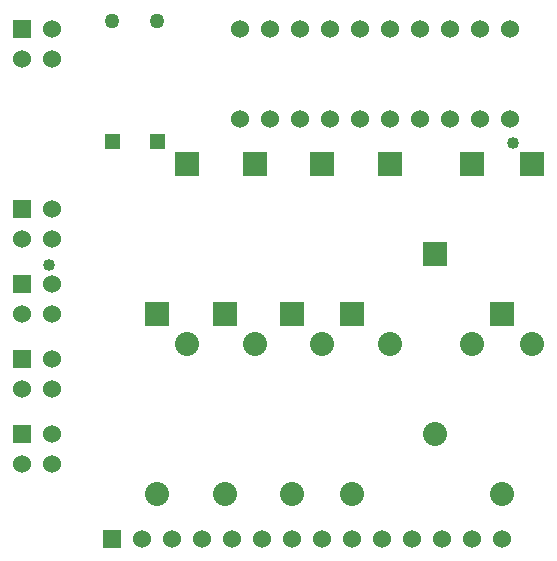
<source format=gbr>
G04 start of page 3 for group 1 idx 1 *
G04 Title: (unknown), ground *
G04 Creator: pcb 20140316 *
G04 CreationDate: Mon 21 Apr 2014 02:33:18 PM GMT UTC *
G04 For: vince *
G04 Format: Gerber/RS-274X *
G04 PCB-Dimensions (mil): 2000.00 2000.00 *
G04 PCB-Coordinate-Origin: lower left *
%MOIN*%
%FSLAX25Y25*%
%LNGROUP1*%
%ADD29C,0.1260*%
%ADD28C,0.0380*%
%ADD27C,0.0350*%
%ADD26C,0.0200*%
%ADD25C,0.0400*%
%ADD24C,0.0500*%
%ADD23C,0.0600*%
%ADD22C,0.0800*%
%ADD21C,0.0001*%
G54D21*G36*
X151000Y114000D02*Y106000D01*
X159000D01*
Y114000D01*
X151000D01*
G37*
G36*
X163500Y144000D02*Y136000D01*
X171500D01*
Y144000D01*
X163500D01*
G37*
G36*
X136000D02*Y136000D01*
X144000D01*
Y144000D01*
X136000D01*
G37*
G36*
X183500D02*Y136000D01*
X191500D01*
Y144000D01*
X183500D01*
G37*
G54D22*X72500Y80000D03*
G54D21*G36*
X173500Y94000D02*Y86000D01*
X181500D01*
Y94000D01*
X173500D01*
G37*
G54D22*X187500Y80000D03*
G54D21*G36*
X81000Y94000D02*Y86000D01*
X89000D01*
Y94000D01*
X81000D01*
G37*
G54D22*X167500Y80000D03*
X117500D03*
G54D21*G36*
X123500Y94000D02*Y86000D01*
X131500D01*
Y94000D01*
X123500D01*
G37*
G54D22*X140000Y80000D03*
X95000D03*
G54D21*G36*
X103500Y94000D02*Y86000D01*
X111500D01*
Y94000D01*
X103500D01*
G37*
G36*
X60000Y150000D02*Y145000D01*
X65000D01*
Y150000D01*
X60000D01*
G37*
G36*
X113500Y144000D02*Y136000D01*
X121500D01*
Y144000D01*
X113500D01*
G37*
G36*
X68500D02*Y136000D01*
X76500D01*
Y144000D01*
X68500D01*
G37*
G36*
X91000D02*Y136000D01*
X99000D01*
Y144000D01*
X91000D01*
G37*
G54D23*X90000Y155000D03*
X100000D03*
X110000D03*
X120000D03*
X130000D03*
X140000D03*
X150000D03*
X160000D03*
X170000D03*
X180000D03*
Y185000D03*
X170000D03*
X160000D03*
X150000D03*
X140000D03*
X130000D03*
X120000D03*
X110000D03*
X100000D03*
X90000D03*
G54D21*G36*
X14500Y78000D02*Y72000D01*
X20500D01*
Y78000D01*
X14500D01*
G37*
G54D23*X27500Y75000D03*
X17500Y65000D03*
X27500D03*
G54D21*G36*
X14500Y53000D02*Y47000D01*
X20500D01*
Y53000D01*
X14500D01*
G37*
G54D23*X27500Y50000D03*
X17500Y40000D03*
X27500D03*
X17500Y90000D03*
X27500D03*
G54D21*G36*
X14500Y103000D02*Y97000D01*
X20500D01*
Y103000D01*
X14500D01*
G37*
G36*
Y128000D02*Y122000D01*
X20500D01*
Y128000D01*
X14500D01*
G37*
G54D23*X17500Y115000D03*
G54D21*G36*
X14500Y188000D02*Y182000D01*
X20500D01*
Y188000D01*
X14500D01*
G37*
G54D23*X17500Y175000D03*
X27500Y100000D03*
Y125000D03*
Y115000D03*
Y185000D03*
Y175000D03*
G54D21*G36*
X45000Y150000D02*Y145000D01*
X50000D01*
Y150000D01*
X45000D01*
G37*
G54D24*X47500Y187500D03*
X62500D03*
G54D21*G36*
X58500Y94000D02*Y86000D01*
X66500D01*
Y94000D01*
X58500D01*
G37*
G36*
X44500Y18000D02*Y12000D01*
X50500D01*
Y18000D01*
X44500D01*
G37*
G54D23*X57500Y15000D03*
X67500D03*
G54D22*X62500Y30000D03*
X85000D03*
G54D23*X77500Y15000D03*
X87500D03*
X97500D03*
X107500D03*
X117500D03*
X127500D03*
X137500D03*
G54D22*X127500Y30000D03*
X107500D03*
G54D23*X147500Y15000D03*
X157500D03*
G54D22*X155000Y50000D03*
G54D23*X167500Y15000D03*
X177500D03*
G54D22*Y30000D03*
G54D25*X181000Y147000D03*
X26500Y106300D03*
G54D26*G54D24*G54D26*G54D24*G54D27*G54D28*G54D26*G54D24*G54D29*G54D28*G54D24*G54D28*G54D24*G54D28*G54D29*G54D28*G54D24*G54D28*G54D24*M02*

</source>
